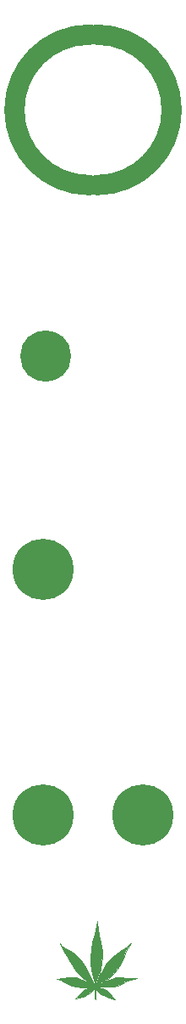
<source format=gbr>
G04 #@! TF.GenerationSoftware,KiCad,Pcbnew,(5.1.5-0)*
G04 #@! TF.CreationDate,2021-01-20T00:49:02-08:00*
G04 #@! TF.ProjectId,bong0,626f6e67-302e-46b6-9963-61645f706362,rev?*
G04 #@! TF.SameCoordinates,Original*
G04 #@! TF.FileFunction,Copper,L1,Top*
G04 #@! TF.FilePolarity,Positive*
%FSLAX46Y46*%
G04 Gerber Fmt 4.6, Leading zero omitted, Abs format (unit mm)*
G04 Created by KiCad (PCBNEW (5.1.5-0)) date 2021-01-20 00:49:02*
%MOMM*%
%LPD*%
G04 APERTURE LIST*
%ADD10C,2.000000*%
%ADD11C,0.100000*%
%ADD12C,5.100000*%
%ADD13C,6.100000*%
G04 APERTURE END LIST*
D10*
X10350000Y-23000000D02*
G75*
G02X10350000Y-38000000I0J-7500000D01*
G01*
X9600000Y-38000000D02*
G75*
G02X9600000Y-23000000I0J7500000D01*
G01*
D11*
G36*
X6846400Y-113774900D02*
G01*
X7163900Y-114016200D01*
X7729050Y-114333700D01*
X8325950Y-114765500D01*
X8700600Y-115146500D01*
X9100650Y-115711650D01*
X9697550Y-116892750D01*
X9996000Y-117457900D01*
X10008700Y-117470600D01*
X9678500Y-117496000D01*
X9576900Y-117445200D01*
X9221300Y-117197550D01*
X8814900Y-116829250D01*
X8484700Y-116480000D01*
X8129100Y-116048200D01*
X7849700Y-115629100D01*
X7659200Y-115375100D01*
X7405200Y-114917900D01*
X7151200Y-114549600D01*
X6909900Y-114130500D01*
X6630500Y-113571700D01*
X6846400Y-113774900D01*
G37*
X6846400Y-113774900D02*
X7163900Y-114016200D01*
X7729050Y-114333700D01*
X8325950Y-114765500D01*
X8700600Y-115146500D01*
X9100650Y-115711650D01*
X9697550Y-116892750D01*
X9996000Y-117457900D01*
X10008700Y-117470600D01*
X9678500Y-117496000D01*
X9576900Y-117445200D01*
X9221300Y-117197550D01*
X8814900Y-116829250D01*
X8484700Y-116480000D01*
X8129100Y-116048200D01*
X7849700Y-115629100D01*
X7659200Y-115375100D01*
X7405200Y-114917900D01*
X7151200Y-114549600D01*
X6909900Y-114130500D01*
X6630500Y-113571700D01*
X6846400Y-113774900D01*
G36*
X8252925Y-116953075D02*
G01*
X8589475Y-117048325D01*
X8853000Y-117140400D01*
X9551500Y-117546800D01*
X9581980Y-117574740D01*
X9589600Y-117559500D01*
X9589600Y-117572200D01*
X9581980Y-117574740D01*
X9500700Y-117737300D01*
X9894400Y-117877000D01*
X9684850Y-117902400D01*
X9291150Y-117927800D01*
X8814900Y-117927800D01*
X8370400Y-117864300D01*
X7887800Y-117750000D01*
X7494100Y-117635700D01*
X7087700Y-117407100D01*
X6770200Y-117178500D01*
X6363800Y-117051500D01*
X7011500Y-117000700D01*
X7544900Y-116962600D01*
X8008450Y-116956250D01*
X8252925Y-116953075D01*
G37*
X8252925Y-116953075D02*
X8589475Y-117048325D01*
X8853000Y-117140400D01*
X9551500Y-117546800D01*
X9581980Y-117574740D01*
X9589600Y-117559500D01*
X9589600Y-117572200D01*
X9581980Y-117574740D01*
X9500700Y-117737300D01*
X9894400Y-117877000D01*
X9684850Y-117902400D01*
X9291150Y-117927800D01*
X8814900Y-117927800D01*
X8370400Y-117864300D01*
X7887800Y-117750000D01*
X7494100Y-117635700D01*
X7087700Y-117407100D01*
X6770200Y-117178500D01*
X6363800Y-117051500D01*
X7011500Y-117000700D01*
X7544900Y-116962600D01*
X8008450Y-116956250D01*
X8252925Y-116953075D01*
G36*
X10116650Y-118016700D02*
G01*
X9748350Y-118448500D01*
X9310200Y-118721550D01*
X8929200Y-118861250D01*
X8179900Y-119026350D01*
X8662500Y-118499300D01*
X9056200Y-118232600D01*
X9424500Y-118029400D01*
X9894400Y-117953200D01*
X9919800Y-117953200D01*
X10116650Y-118016700D01*
G37*
X10116650Y-118016700D02*
X9748350Y-118448500D01*
X9310200Y-118721550D01*
X8929200Y-118861250D01*
X8179900Y-119026350D01*
X8662500Y-118499300D01*
X9056200Y-118232600D01*
X9424500Y-118029400D01*
X9894400Y-117953200D01*
X9919800Y-117953200D01*
X10116650Y-118016700D01*
G36*
X10250000Y-117534100D02*
G01*
X10038862Y-117727775D01*
X10257937Y-117823025D01*
X11008825Y-118365950D01*
X10827850Y-118461200D01*
X10250000Y-118004000D01*
X10262700Y-119096200D01*
X10148400Y-118956500D01*
X10142050Y-118067500D01*
X10186500Y-118067500D01*
X9805500Y-117851600D01*
X9519750Y-117699200D01*
X9684850Y-117419800D01*
X10250000Y-117534100D01*
G37*
X10250000Y-117534100D02*
X10038862Y-117727775D01*
X10257937Y-117823025D01*
X11008825Y-118365950D01*
X10827850Y-118461200D01*
X10250000Y-118004000D01*
X10262700Y-119096200D01*
X10148400Y-118956500D01*
X10142050Y-118067500D01*
X10186500Y-118067500D01*
X9805500Y-117851600D01*
X9519750Y-117699200D01*
X9684850Y-117419800D01*
X10250000Y-117534100D01*
G36*
X10891350Y-117991300D02*
G01*
X11443800Y-118270700D01*
X11770825Y-118597725D01*
X11905763Y-118827913D01*
X12137538Y-119097788D01*
X11831150Y-119013650D01*
X11577150Y-118937450D01*
X11399350Y-118873950D01*
X11024700Y-118740600D01*
X10665925Y-118546925D01*
X10405575Y-118261175D01*
X10281750Y-118099250D01*
X10345250Y-118137350D01*
X10319850Y-118073850D01*
X10383350Y-117902400D01*
X10891350Y-117991300D01*
G37*
X10891350Y-117991300D02*
X11443800Y-118270700D01*
X11770825Y-118597725D01*
X11905763Y-118827913D01*
X12137538Y-119097788D01*
X11831150Y-119013650D01*
X11577150Y-118937450D01*
X11399350Y-118873950D01*
X11024700Y-118740600D01*
X10665925Y-118546925D01*
X10405575Y-118261175D01*
X10281750Y-118099250D01*
X10345250Y-118137350D01*
X10319850Y-118073850D01*
X10383350Y-117902400D01*
X10891350Y-117991300D01*
G36*
X13323400Y-116988000D02*
G01*
X13755200Y-117013400D01*
X14333207Y-117023943D01*
X13653600Y-117178500D01*
X13221800Y-117369000D01*
X12878900Y-117584900D01*
X12459800Y-117750000D01*
X11926400Y-117838900D01*
X11481900Y-117864300D01*
X10904050Y-117845250D01*
X10326200Y-117826200D01*
X10262700Y-117750000D01*
X10478600Y-117686500D01*
X10485585Y-117635700D01*
X10801815Y-117508700D01*
X11335850Y-117280100D01*
X11888300Y-117076900D01*
X12282000Y-116962600D01*
X12726500Y-116962600D01*
X13323400Y-116988000D01*
G37*
X13323400Y-116988000D02*
X13755200Y-117013400D01*
X14333207Y-117023943D01*
X13653600Y-117178500D01*
X13221800Y-117369000D01*
X12878900Y-117584900D01*
X12459800Y-117750000D01*
X11926400Y-117838900D01*
X11481900Y-117864300D01*
X10904050Y-117845250D01*
X10326200Y-117826200D01*
X10262700Y-117750000D01*
X10478600Y-117686500D01*
X10485585Y-117635700D01*
X10801815Y-117508700D01*
X11335850Y-117280100D01*
X11888300Y-117076900D01*
X12282000Y-116962600D01*
X12726500Y-116962600D01*
X13323400Y-116988000D01*
G36*
X13310700Y-114333700D02*
G01*
X13069400Y-114829000D01*
X12866200Y-115286200D01*
X12605850Y-115806900D01*
X12332800Y-116162500D01*
X12021650Y-116575250D01*
X11551750Y-116968950D01*
X11050100Y-117305500D01*
X9945200Y-117902400D01*
X9970600Y-117572200D01*
X10275400Y-117521400D01*
X10523050Y-117083250D01*
X10738950Y-116619700D01*
X10904050Y-116289500D01*
X11088200Y-115997400D01*
X11253300Y-115679900D01*
X11532700Y-115324300D01*
X11812100Y-115006800D01*
X12142300Y-114714700D01*
X12485200Y-114486100D01*
X12866200Y-114232100D01*
X13259900Y-113965400D01*
X13793300Y-113571700D01*
X13310700Y-114333700D01*
G37*
X13310700Y-114333700D02*
X13069400Y-114829000D01*
X12866200Y-115286200D01*
X12605850Y-115806900D01*
X12332800Y-116162500D01*
X12021650Y-116575250D01*
X11551750Y-116968950D01*
X11050100Y-117305500D01*
X9945200Y-117902400D01*
X9970600Y-117572200D01*
X10275400Y-117521400D01*
X10523050Y-117083250D01*
X10738950Y-116619700D01*
X10904050Y-116289500D01*
X11088200Y-115997400D01*
X11253300Y-115679900D01*
X11532700Y-115324300D01*
X11812100Y-115006800D01*
X12142300Y-114714700D01*
X12485200Y-114486100D01*
X12866200Y-114232100D01*
X13259900Y-113965400D01*
X13793300Y-113571700D01*
X13310700Y-114333700D01*
G36*
X10465900Y-112200100D02*
G01*
X10567500Y-112682700D01*
X10681800Y-113139900D01*
X10764350Y-113470100D01*
X10827850Y-113851100D01*
X10872300Y-114371800D01*
X10872300Y-114905200D01*
X10821500Y-115489400D01*
X10758000Y-116010100D01*
X10615125Y-116505400D01*
X10316675Y-117521400D01*
X10103950Y-117470600D01*
X9869000Y-116556200D01*
X9695962Y-115692600D01*
X9711837Y-114905200D01*
X9764225Y-114244800D01*
X9926150Y-113470100D01*
X10161100Y-112657300D01*
X10288100Y-111882600D01*
X10351600Y-111361900D01*
X10465900Y-112200100D01*
G37*
X10465900Y-112200100D02*
X10567500Y-112682700D01*
X10681800Y-113139900D01*
X10764350Y-113470100D01*
X10827850Y-113851100D01*
X10872300Y-114371800D01*
X10872300Y-114905200D01*
X10821500Y-115489400D01*
X10758000Y-116010100D01*
X10615125Y-116505400D01*
X10316675Y-117521400D01*
X10103950Y-117470600D01*
X9869000Y-116556200D01*
X9695962Y-115692600D01*
X9711837Y-114905200D01*
X9764225Y-114244800D01*
X9926150Y-113470100D01*
X10161100Y-112657300D01*
X10288100Y-111882600D01*
X10351600Y-111361900D01*
X10465900Y-112200100D01*
D12*
X5250000Y-55000000D03*
D13*
X5000000Y-76250000D03*
X5000000Y-100750000D03*
X15000000Y-100750000D03*
M02*

</source>
